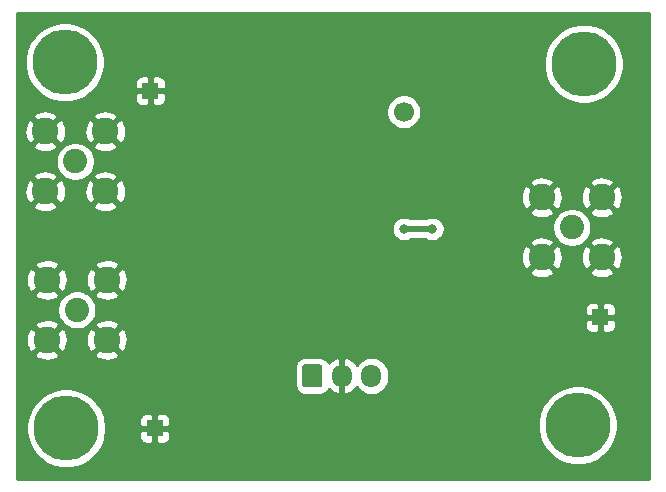
<source format=gbr>
G04 #@! TF.GenerationSoftware,KiCad,Pcbnew,(5.1.2)-2*
G04 #@! TF.CreationDate,2019-07-17T10:15:28+08:00*
G04 #@! TF.ProjectId,single_AM_eval_board,73696e67-6c65-45f4-914d-5f6576616c5f,rev?*
G04 #@! TF.SameCoordinates,Original*
G04 #@! TF.FileFunction,Copper,L2,Bot*
G04 #@! TF.FilePolarity,Positive*
%FSLAX46Y46*%
G04 Gerber Fmt 4.6, Leading zero omitted, Abs format (unit mm)*
G04 Created by KiCad (PCBNEW (5.1.2)-2) date 2019-07-17 10:15:28*
%MOMM*%
%LPD*%
G04 APERTURE LIST*
%ADD10R,1.350000X1.350000*%
%ADD11C,5.500000*%
%ADD12C,2.050000*%
%ADD13C,2.250000*%
%ADD14C,0.100000*%
%ADD15C,1.700000*%
%ADD16O,1.700000X1.950000*%
%ADD17C,0.500000*%
%ADD18C,0.800000*%
%ADD19C,0.500000*%
%ADD20C,0.254000*%
G04 APERTURE END LIST*
D10*
X146050000Y-143637000D03*
X108331000Y-153035000D03*
X107950000Y-124460000D03*
D11*
X144145000Y-152781000D03*
X144653000Y-122174000D03*
X100838000Y-153035000D03*
X100711000Y-122047000D03*
D12*
X101600000Y-130429000D03*
D13*
X104140000Y-132969000D03*
X104140000Y-127889000D03*
X99060000Y-127889000D03*
X99060000Y-132969000D03*
X99187000Y-145542000D03*
X99187000Y-140462000D03*
X104267000Y-140462000D03*
X104267000Y-145542000D03*
D12*
X101727000Y-143002000D03*
D14*
G36*
X122290504Y-147616204D02*
G01*
X122314773Y-147619804D01*
X122338571Y-147625765D01*
X122361671Y-147634030D01*
X122383849Y-147644520D01*
X122404893Y-147657133D01*
X122424598Y-147671747D01*
X122442777Y-147688223D01*
X122459253Y-147706402D01*
X122473867Y-147726107D01*
X122486480Y-147747151D01*
X122496970Y-147769329D01*
X122505235Y-147792429D01*
X122511196Y-147816227D01*
X122514796Y-147840496D01*
X122516000Y-147865000D01*
X122516000Y-149315000D01*
X122514796Y-149339504D01*
X122511196Y-149363773D01*
X122505235Y-149387571D01*
X122496970Y-149410671D01*
X122486480Y-149432849D01*
X122473867Y-149453893D01*
X122459253Y-149473598D01*
X122442777Y-149491777D01*
X122424598Y-149508253D01*
X122404893Y-149522867D01*
X122383849Y-149535480D01*
X122361671Y-149545970D01*
X122338571Y-149554235D01*
X122314773Y-149560196D01*
X122290504Y-149563796D01*
X122266000Y-149565000D01*
X121066000Y-149565000D01*
X121041496Y-149563796D01*
X121017227Y-149560196D01*
X120993429Y-149554235D01*
X120970329Y-149545970D01*
X120948151Y-149535480D01*
X120927107Y-149522867D01*
X120907402Y-149508253D01*
X120889223Y-149491777D01*
X120872747Y-149473598D01*
X120858133Y-149453893D01*
X120845520Y-149432849D01*
X120835030Y-149410671D01*
X120826765Y-149387571D01*
X120820804Y-149363773D01*
X120817204Y-149339504D01*
X120816000Y-149315000D01*
X120816000Y-147865000D01*
X120817204Y-147840496D01*
X120820804Y-147816227D01*
X120826765Y-147792429D01*
X120835030Y-147769329D01*
X120845520Y-147747151D01*
X120858133Y-147726107D01*
X120872747Y-147706402D01*
X120889223Y-147688223D01*
X120907402Y-147671747D01*
X120927107Y-147657133D01*
X120948151Y-147644520D01*
X120970329Y-147634030D01*
X120993429Y-147625765D01*
X121017227Y-147619804D01*
X121041496Y-147616204D01*
X121066000Y-147615000D01*
X122266000Y-147615000D01*
X122290504Y-147616204D01*
X122290504Y-147616204D01*
G37*
D15*
X121666000Y-148590000D03*
D16*
X124166000Y-148590000D03*
X126666000Y-148590000D03*
D12*
X143637000Y-136017000D03*
D13*
X146177000Y-138557000D03*
X146177000Y-133477000D03*
X141097000Y-133477000D03*
X141097000Y-138557000D03*
D15*
X129413000Y-126238000D03*
D17*
X106489500Y-132080000D03*
X107505500Y-132080000D03*
X108331000Y-132080000D03*
X109347000Y-132461000D03*
X110045500Y-133032500D03*
X110059500Y-134352000D03*
X110109000Y-135636000D03*
X106235500Y-129095500D03*
X107251500Y-129032000D03*
X108521500Y-129032000D03*
X112014000Y-130683000D03*
X112839500Y-131127500D03*
X113728500Y-131191000D03*
X114681000Y-131191000D03*
X115760500Y-131191000D03*
X117094000Y-131254500D03*
X119062500Y-131191000D03*
X120332500Y-131889500D03*
X121412000Y-131826000D03*
X122428000Y-131889500D03*
X122428000Y-130111500D03*
X122364500Y-128841500D03*
X123190000Y-128143000D03*
X124269500Y-128143000D03*
X125730000Y-128143000D03*
X126746000Y-128143000D03*
X127063500Y-129159000D03*
X127254000Y-130238500D03*
X127381000Y-131508500D03*
X131000500Y-127889000D03*
X130937000Y-129095500D03*
X131064000Y-130111500D03*
X131127500Y-131254500D03*
X132778500Y-132588000D03*
X132715000Y-133477000D03*
X132778500Y-134683500D03*
X110998000Y-136715500D03*
X112903000Y-136652000D03*
X115125500Y-136906000D03*
X116776500Y-137096500D03*
X117983000Y-136207500D03*
X115951000Y-137922000D03*
X120015000Y-138557000D03*
X121158000Y-138557000D03*
X122809000Y-138557000D03*
X122237500Y-139573000D03*
X120777000Y-139700000D03*
X119062500Y-139700000D03*
X118046500Y-140906500D03*
X115887500Y-147129500D03*
X116967000Y-147129500D03*
X118364000Y-147066000D03*
X119570500Y-147066000D03*
X119570500Y-145859500D03*
X119189500Y-144843500D03*
X119253000Y-143192500D03*
X125793500Y-141478000D03*
X124587000Y-142557500D03*
X123126500Y-143891000D03*
X128968500Y-138557000D03*
X128905000Y-139954000D03*
X128905000Y-141478000D03*
X128206500Y-142684500D03*
X127254000Y-143891000D03*
X126238000Y-145034000D03*
X125158500Y-146113500D03*
X123634500Y-145732500D03*
X125412500Y-143764000D03*
X126682500Y-142303500D03*
X106553000Y-141160500D03*
X107315000Y-140017500D03*
X108648500Y-138874500D03*
X109791500Y-137604500D03*
X106661999Y-144417001D03*
X107879500Y-143947500D03*
X110109000Y-143446500D03*
X111633000Y-143446500D03*
X112536000Y-141718000D03*
X112458500Y-140144500D03*
X114109500Y-140335000D03*
X114631500Y-141718000D03*
X114490500Y-143319500D03*
X115633500Y-143319500D03*
X117094000Y-143319500D03*
X106321000Y-147806000D03*
X108353000Y-147806000D03*
X108902500Y-150304500D03*
X109013500Y-151177500D03*
X111401000Y-147806000D03*
X110807500Y-150812500D03*
X111252000Y-152844500D03*
X112331500Y-153860500D03*
X113919000Y-153924000D03*
X115697000Y-152463500D03*
X116522500Y-151193500D03*
X119888000Y-150939500D03*
X121983500Y-150876000D03*
X124396500Y-150876000D03*
X125793500Y-150685500D03*
X127508000Y-152019000D03*
X129413000Y-153225500D03*
X131381500Y-153225500D03*
X133032500Y-153225500D03*
X129222500Y-148717000D03*
X130619500Y-149733000D03*
X132842000Y-149923500D03*
X129603500Y-147447000D03*
X131318000Y-145732500D03*
X132270500Y-143510000D03*
X132842000Y-140779500D03*
X132842000Y-139065000D03*
X132461000Y-137668000D03*
X137096500Y-137795000D03*
X138239500Y-137795000D03*
X136398000Y-139700000D03*
X137301000Y-140829000D03*
X135953500Y-142430500D03*
X134239000Y-134747000D03*
X135509000Y-134747000D03*
X137350500Y-134620000D03*
X139001500Y-134620000D03*
X112077500Y-120586500D03*
X116649500Y-120332500D03*
X122745500Y-120332500D03*
X132143500Y-120269000D03*
X112458500Y-123888500D03*
X116967000Y-123698000D03*
X122999500Y-123507500D03*
X131699000Y-123253500D03*
X110299500Y-156464000D03*
X116522500Y-156654500D03*
X121285000Y-156083000D03*
X127698500Y-156654500D03*
X134366000Y-156337000D03*
D18*
X129413000Y-136144000D03*
X131826000Y-136144000D03*
D19*
X129413000Y-136144000D02*
X131826000Y-136144000D01*
D20*
G36*
X150191000Y-157303000D02*
G01*
X96697000Y-157303000D01*
X96697000Y-152701607D01*
X97453000Y-152701607D01*
X97453000Y-153368393D01*
X97583083Y-154022368D01*
X97838252Y-154638399D01*
X98208698Y-155192812D01*
X98680188Y-155664302D01*
X99234601Y-156034748D01*
X99850632Y-156289917D01*
X100504607Y-156420000D01*
X101171393Y-156420000D01*
X101825368Y-156289917D01*
X102441399Y-156034748D01*
X102995812Y-155664302D01*
X103467302Y-155192812D01*
X103837748Y-154638399D01*
X104092917Y-154022368D01*
X104155050Y-153710000D01*
X107017928Y-153710000D01*
X107030188Y-153834482D01*
X107066498Y-153954180D01*
X107125463Y-154064494D01*
X107204815Y-154161185D01*
X107301506Y-154240537D01*
X107411820Y-154299502D01*
X107531518Y-154335812D01*
X107656000Y-154348072D01*
X108045250Y-154345000D01*
X108204000Y-154186250D01*
X108204000Y-153162000D01*
X108458000Y-153162000D01*
X108458000Y-154186250D01*
X108616750Y-154345000D01*
X109006000Y-154348072D01*
X109130482Y-154335812D01*
X109250180Y-154299502D01*
X109360494Y-154240537D01*
X109457185Y-154161185D01*
X109536537Y-154064494D01*
X109595502Y-153954180D01*
X109631812Y-153834482D01*
X109644072Y-153710000D01*
X109641000Y-153320750D01*
X109482250Y-153162000D01*
X108458000Y-153162000D01*
X108204000Y-153162000D01*
X107179750Y-153162000D01*
X107021000Y-153320750D01*
X107017928Y-153710000D01*
X104155050Y-153710000D01*
X104223000Y-153368393D01*
X104223000Y-152701607D01*
X104155051Y-152360000D01*
X107017928Y-152360000D01*
X107021000Y-152749250D01*
X107179750Y-152908000D01*
X108204000Y-152908000D01*
X108204000Y-151883750D01*
X108458000Y-151883750D01*
X108458000Y-152908000D01*
X109482250Y-152908000D01*
X109641000Y-152749250D01*
X109643380Y-152447607D01*
X140760000Y-152447607D01*
X140760000Y-153114393D01*
X140890083Y-153768368D01*
X141145252Y-154384399D01*
X141515698Y-154938812D01*
X141987188Y-155410302D01*
X142541601Y-155780748D01*
X143157632Y-156035917D01*
X143811607Y-156166000D01*
X144478393Y-156166000D01*
X145132368Y-156035917D01*
X145748399Y-155780748D01*
X146302812Y-155410302D01*
X146774302Y-154938812D01*
X147144748Y-154384399D01*
X147399917Y-153768368D01*
X147530000Y-153114393D01*
X147530000Y-152447607D01*
X147399917Y-151793632D01*
X147144748Y-151177601D01*
X146774302Y-150623188D01*
X146302812Y-150151698D01*
X145748399Y-149781252D01*
X145132368Y-149526083D01*
X144478393Y-149396000D01*
X143811607Y-149396000D01*
X143157632Y-149526083D01*
X142541601Y-149781252D01*
X141987188Y-150151698D01*
X141515698Y-150623188D01*
X141145252Y-151177601D01*
X140890083Y-151793632D01*
X140760000Y-152447607D01*
X109643380Y-152447607D01*
X109644072Y-152360000D01*
X109631812Y-152235518D01*
X109595502Y-152115820D01*
X109536537Y-152005506D01*
X109457185Y-151908815D01*
X109360494Y-151829463D01*
X109250180Y-151770498D01*
X109130482Y-151734188D01*
X109006000Y-151721928D01*
X108616750Y-151725000D01*
X108458000Y-151883750D01*
X108204000Y-151883750D01*
X108045250Y-151725000D01*
X107656000Y-151721928D01*
X107531518Y-151734188D01*
X107411820Y-151770498D01*
X107301506Y-151829463D01*
X107204815Y-151908815D01*
X107125463Y-152005506D01*
X107066498Y-152115820D01*
X107030188Y-152235518D01*
X107017928Y-152360000D01*
X104155051Y-152360000D01*
X104092917Y-152047632D01*
X103837748Y-151431601D01*
X103467302Y-150877188D01*
X102995812Y-150405698D01*
X102441399Y-150035252D01*
X101825368Y-149780083D01*
X101171393Y-149650000D01*
X100504607Y-149650000D01*
X99850632Y-149780083D01*
X99234601Y-150035252D01*
X98680188Y-150405698D01*
X98208698Y-150877188D01*
X97838252Y-151431601D01*
X97583083Y-152047632D01*
X97453000Y-152701607D01*
X96697000Y-152701607D01*
X96697000Y-147865000D01*
X120177928Y-147865000D01*
X120177928Y-149315000D01*
X120194992Y-149488254D01*
X120245528Y-149654850D01*
X120327595Y-149808386D01*
X120438038Y-149942962D01*
X120572614Y-150053405D01*
X120726150Y-150135472D01*
X120892746Y-150186008D01*
X121066000Y-150203072D01*
X122266000Y-150203072D01*
X122439254Y-150186008D01*
X122605850Y-150135472D01*
X122759386Y-150053405D01*
X122893962Y-149942962D01*
X123004405Y-149808386D01*
X123060714Y-149703039D01*
X123076951Y-149724429D01*
X123294807Y-149917496D01*
X123546142Y-150064352D01*
X123809110Y-150156476D01*
X124039000Y-150035155D01*
X124039000Y-148717000D01*
X124019000Y-148717000D01*
X124019000Y-148463000D01*
X124039000Y-148463000D01*
X124039000Y-147144845D01*
X124293000Y-147144845D01*
X124293000Y-148463000D01*
X124313000Y-148463000D01*
X124313000Y-148717000D01*
X124293000Y-148717000D01*
X124293000Y-150035155D01*
X124522890Y-150156476D01*
X124785858Y-150064352D01*
X125037193Y-149917496D01*
X125255049Y-149724429D01*
X125411538Y-149518278D01*
X125425294Y-149544014D01*
X125610866Y-149770134D01*
X125836987Y-149955706D01*
X126094967Y-150093599D01*
X126374890Y-150178513D01*
X126666000Y-150207185D01*
X126957111Y-150178513D01*
X127237034Y-150093599D01*
X127495014Y-149955706D01*
X127721134Y-149770134D01*
X127906706Y-149544014D01*
X128044599Y-149286033D01*
X128129513Y-149006110D01*
X128151000Y-148787949D01*
X128151000Y-148392050D01*
X128129513Y-148173889D01*
X128044599Y-147893966D01*
X127906706Y-147635986D01*
X127721134Y-147409866D01*
X127495013Y-147224294D01*
X127237033Y-147086401D01*
X126957110Y-147001487D01*
X126666000Y-146972815D01*
X126374889Y-147001487D01*
X126094966Y-147086401D01*
X125836986Y-147224294D01*
X125610866Y-147409866D01*
X125425294Y-147635987D01*
X125411538Y-147661722D01*
X125255049Y-147455571D01*
X125037193Y-147262504D01*
X124785858Y-147115648D01*
X124522890Y-147023524D01*
X124293000Y-147144845D01*
X124039000Y-147144845D01*
X123809110Y-147023524D01*
X123546142Y-147115648D01*
X123294807Y-147262504D01*
X123076951Y-147455571D01*
X123060714Y-147476961D01*
X123004405Y-147371614D01*
X122893962Y-147237038D01*
X122759386Y-147126595D01*
X122605850Y-147044528D01*
X122439254Y-146993992D01*
X122266000Y-146976928D01*
X121066000Y-146976928D01*
X120892746Y-146993992D01*
X120726150Y-147044528D01*
X120572614Y-147126595D01*
X120438038Y-147237038D01*
X120327595Y-147371614D01*
X120245528Y-147525150D01*
X120194992Y-147691746D01*
X120177928Y-147865000D01*
X96697000Y-147865000D01*
X96697000Y-146766531D01*
X98142074Y-146766531D01*
X98252921Y-147043714D01*
X98563840Y-147197089D01*
X98898705Y-147286860D01*
X99244650Y-147309576D01*
X99588380Y-147264366D01*
X99916685Y-147152966D01*
X100121079Y-147043714D01*
X100231926Y-146766531D01*
X103222074Y-146766531D01*
X103332921Y-147043714D01*
X103643840Y-147197089D01*
X103978705Y-147286860D01*
X104324650Y-147309576D01*
X104668380Y-147264366D01*
X104996685Y-147152966D01*
X105201079Y-147043714D01*
X105311926Y-146766531D01*
X104267000Y-145721605D01*
X103222074Y-146766531D01*
X100231926Y-146766531D01*
X99187000Y-145721605D01*
X98142074Y-146766531D01*
X96697000Y-146766531D01*
X96697000Y-145599650D01*
X97419424Y-145599650D01*
X97464634Y-145943380D01*
X97576034Y-146271685D01*
X97685286Y-146476079D01*
X97962469Y-146586926D01*
X99007395Y-145542000D01*
X99366605Y-145542000D01*
X100411531Y-146586926D01*
X100688714Y-146476079D01*
X100842089Y-146165160D01*
X100931860Y-145830295D01*
X100947004Y-145599650D01*
X102499424Y-145599650D01*
X102544634Y-145943380D01*
X102656034Y-146271685D01*
X102765286Y-146476079D01*
X103042469Y-146586926D01*
X104087395Y-145542000D01*
X104446605Y-145542000D01*
X105491531Y-146586926D01*
X105768714Y-146476079D01*
X105922089Y-146165160D01*
X106011860Y-145830295D01*
X106034576Y-145484350D01*
X105989366Y-145140620D01*
X105877966Y-144812315D01*
X105768714Y-144607921D01*
X105491531Y-144497074D01*
X104446605Y-145542000D01*
X104087395Y-145542000D01*
X103042469Y-144497074D01*
X102765286Y-144607921D01*
X102611911Y-144918840D01*
X102522140Y-145253705D01*
X102499424Y-145599650D01*
X100947004Y-145599650D01*
X100954576Y-145484350D01*
X100909366Y-145140620D01*
X100797966Y-144812315D01*
X100688714Y-144607921D01*
X100411531Y-144497074D01*
X99366605Y-145542000D01*
X99007395Y-145542000D01*
X97962469Y-144497074D01*
X97685286Y-144607921D01*
X97531911Y-144918840D01*
X97442140Y-145253705D01*
X97419424Y-145599650D01*
X96697000Y-145599650D01*
X96697000Y-144317469D01*
X98142074Y-144317469D01*
X99187000Y-145362395D01*
X100231926Y-144317469D01*
X100121079Y-144040286D01*
X99810160Y-143886911D01*
X99475295Y-143797140D01*
X99129350Y-143774424D01*
X98785620Y-143819634D01*
X98457315Y-143931034D01*
X98252921Y-144040286D01*
X98142074Y-144317469D01*
X96697000Y-144317469D01*
X96697000Y-142838504D01*
X100067000Y-142838504D01*
X100067000Y-143165496D01*
X100130793Y-143486204D01*
X100255927Y-143788305D01*
X100437594Y-144060188D01*
X100668812Y-144291406D01*
X100940695Y-144473073D01*
X101242796Y-144598207D01*
X101563504Y-144662000D01*
X101890496Y-144662000D01*
X102211204Y-144598207D01*
X102513305Y-144473073D01*
X102746182Y-144317469D01*
X103222074Y-144317469D01*
X104267000Y-145362395D01*
X105311926Y-144317469D01*
X105309739Y-144312000D01*
X144736928Y-144312000D01*
X144749188Y-144436482D01*
X144785498Y-144556180D01*
X144844463Y-144666494D01*
X144923815Y-144763185D01*
X145020506Y-144842537D01*
X145130820Y-144901502D01*
X145250518Y-144937812D01*
X145375000Y-144950072D01*
X145764250Y-144947000D01*
X145923000Y-144788250D01*
X145923000Y-143764000D01*
X146177000Y-143764000D01*
X146177000Y-144788250D01*
X146335750Y-144947000D01*
X146725000Y-144950072D01*
X146849482Y-144937812D01*
X146969180Y-144901502D01*
X147079494Y-144842537D01*
X147176185Y-144763185D01*
X147255537Y-144666494D01*
X147314502Y-144556180D01*
X147350812Y-144436482D01*
X147363072Y-144312000D01*
X147360000Y-143922750D01*
X147201250Y-143764000D01*
X146177000Y-143764000D01*
X145923000Y-143764000D01*
X144898750Y-143764000D01*
X144740000Y-143922750D01*
X144736928Y-144312000D01*
X105309739Y-144312000D01*
X105201079Y-144040286D01*
X104890160Y-143886911D01*
X104555295Y-143797140D01*
X104209350Y-143774424D01*
X103865620Y-143819634D01*
X103537315Y-143931034D01*
X103332921Y-144040286D01*
X103222074Y-144317469D01*
X102746182Y-144317469D01*
X102785188Y-144291406D01*
X103016406Y-144060188D01*
X103198073Y-143788305D01*
X103323207Y-143486204D01*
X103387000Y-143165496D01*
X103387000Y-142962000D01*
X144736928Y-142962000D01*
X144740000Y-143351250D01*
X144898750Y-143510000D01*
X145923000Y-143510000D01*
X145923000Y-142485750D01*
X146177000Y-142485750D01*
X146177000Y-143510000D01*
X147201250Y-143510000D01*
X147360000Y-143351250D01*
X147363072Y-142962000D01*
X147350812Y-142837518D01*
X147314502Y-142717820D01*
X147255537Y-142607506D01*
X147176185Y-142510815D01*
X147079494Y-142431463D01*
X146969180Y-142372498D01*
X146849482Y-142336188D01*
X146725000Y-142323928D01*
X146335750Y-142327000D01*
X146177000Y-142485750D01*
X145923000Y-142485750D01*
X145764250Y-142327000D01*
X145375000Y-142323928D01*
X145250518Y-142336188D01*
X145130820Y-142372498D01*
X145020506Y-142431463D01*
X144923815Y-142510815D01*
X144844463Y-142607506D01*
X144785498Y-142717820D01*
X144749188Y-142837518D01*
X144736928Y-142962000D01*
X103387000Y-142962000D01*
X103387000Y-142838504D01*
X103323207Y-142517796D01*
X103198073Y-142215695D01*
X103016406Y-141943812D01*
X102785188Y-141712594D01*
X102746183Y-141686531D01*
X103222074Y-141686531D01*
X103332921Y-141963714D01*
X103643840Y-142117089D01*
X103978705Y-142206860D01*
X104324650Y-142229576D01*
X104668380Y-142184366D01*
X104996685Y-142072966D01*
X105201079Y-141963714D01*
X105311926Y-141686531D01*
X104267000Y-140641605D01*
X103222074Y-141686531D01*
X102746183Y-141686531D01*
X102513305Y-141530927D01*
X102211204Y-141405793D01*
X101890496Y-141342000D01*
X101563504Y-141342000D01*
X101242796Y-141405793D01*
X100940695Y-141530927D01*
X100668812Y-141712594D01*
X100437594Y-141943812D01*
X100255927Y-142215695D01*
X100130793Y-142517796D01*
X100067000Y-142838504D01*
X96697000Y-142838504D01*
X96697000Y-141686531D01*
X98142074Y-141686531D01*
X98252921Y-141963714D01*
X98563840Y-142117089D01*
X98898705Y-142206860D01*
X99244650Y-142229576D01*
X99588380Y-142184366D01*
X99916685Y-142072966D01*
X100121079Y-141963714D01*
X100231926Y-141686531D01*
X99187000Y-140641605D01*
X98142074Y-141686531D01*
X96697000Y-141686531D01*
X96697000Y-140519650D01*
X97419424Y-140519650D01*
X97464634Y-140863380D01*
X97576034Y-141191685D01*
X97685286Y-141396079D01*
X97962469Y-141506926D01*
X99007395Y-140462000D01*
X99366605Y-140462000D01*
X100411531Y-141506926D01*
X100688714Y-141396079D01*
X100842089Y-141085160D01*
X100931860Y-140750295D01*
X100947004Y-140519650D01*
X102499424Y-140519650D01*
X102544634Y-140863380D01*
X102656034Y-141191685D01*
X102765286Y-141396079D01*
X103042469Y-141506926D01*
X104087395Y-140462000D01*
X104446605Y-140462000D01*
X105491531Y-141506926D01*
X105768714Y-141396079D01*
X105922089Y-141085160D01*
X106011860Y-140750295D01*
X106034576Y-140404350D01*
X105989366Y-140060620D01*
X105894666Y-139781531D01*
X140052074Y-139781531D01*
X140162921Y-140058714D01*
X140473840Y-140212089D01*
X140808705Y-140301860D01*
X141154650Y-140324576D01*
X141498380Y-140279366D01*
X141826685Y-140167966D01*
X142031079Y-140058714D01*
X142141926Y-139781531D01*
X145132074Y-139781531D01*
X145242921Y-140058714D01*
X145553840Y-140212089D01*
X145888705Y-140301860D01*
X146234650Y-140324576D01*
X146578380Y-140279366D01*
X146906685Y-140167966D01*
X147111079Y-140058714D01*
X147221926Y-139781531D01*
X146177000Y-138736605D01*
X145132074Y-139781531D01*
X142141926Y-139781531D01*
X141097000Y-138736605D01*
X140052074Y-139781531D01*
X105894666Y-139781531D01*
X105877966Y-139732315D01*
X105768714Y-139527921D01*
X105491531Y-139417074D01*
X104446605Y-140462000D01*
X104087395Y-140462000D01*
X103042469Y-139417074D01*
X102765286Y-139527921D01*
X102611911Y-139838840D01*
X102522140Y-140173705D01*
X102499424Y-140519650D01*
X100947004Y-140519650D01*
X100954576Y-140404350D01*
X100909366Y-140060620D01*
X100797966Y-139732315D01*
X100688714Y-139527921D01*
X100411531Y-139417074D01*
X99366605Y-140462000D01*
X99007395Y-140462000D01*
X97962469Y-139417074D01*
X97685286Y-139527921D01*
X97531911Y-139838840D01*
X97442140Y-140173705D01*
X97419424Y-140519650D01*
X96697000Y-140519650D01*
X96697000Y-139237469D01*
X98142074Y-139237469D01*
X99187000Y-140282395D01*
X100231926Y-139237469D01*
X103222074Y-139237469D01*
X104267000Y-140282395D01*
X105311926Y-139237469D01*
X105201079Y-138960286D01*
X104890160Y-138806911D01*
X104555295Y-138717140D01*
X104209350Y-138694424D01*
X103865620Y-138739634D01*
X103537315Y-138851034D01*
X103332921Y-138960286D01*
X103222074Y-139237469D01*
X100231926Y-139237469D01*
X100121079Y-138960286D01*
X99810160Y-138806911D01*
X99475295Y-138717140D01*
X99129350Y-138694424D01*
X98785620Y-138739634D01*
X98457315Y-138851034D01*
X98252921Y-138960286D01*
X98142074Y-139237469D01*
X96697000Y-139237469D01*
X96697000Y-138614650D01*
X139329424Y-138614650D01*
X139374634Y-138958380D01*
X139486034Y-139286685D01*
X139595286Y-139491079D01*
X139872469Y-139601926D01*
X140917395Y-138557000D01*
X141276605Y-138557000D01*
X142321531Y-139601926D01*
X142598714Y-139491079D01*
X142752089Y-139180160D01*
X142841860Y-138845295D01*
X142857004Y-138614650D01*
X144409424Y-138614650D01*
X144454634Y-138958380D01*
X144566034Y-139286685D01*
X144675286Y-139491079D01*
X144952469Y-139601926D01*
X145997395Y-138557000D01*
X146356605Y-138557000D01*
X147401531Y-139601926D01*
X147678714Y-139491079D01*
X147832089Y-139180160D01*
X147921860Y-138845295D01*
X147944576Y-138499350D01*
X147899366Y-138155620D01*
X147787966Y-137827315D01*
X147678714Y-137622921D01*
X147401531Y-137512074D01*
X146356605Y-138557000D01*
X145997395Y-138557000D01*
X144952469Y-137512074D01*
X144675286Y-137622921D01*
X144521911Y-137933840D01*
X144432140Y-138268705D01*
X144409424Y-138614650D01*
X142857004Y-138614650D01*
X142864576Y-138499350D01*
X142819366Y-138155620D01*
X142707966Y-137827315D01*
X142598714Y-137622921D01*
X142321531Y-137512074D01*
X141276605Y-138557000D01*
X140917395Y-138557000D01*
X139872469Y-137512074D01*
X139595286Y-137622921D01*
X139441911Y-137933840D01*
X139352140Y-138268705D01*
X139329424Y-138614650D01*
X96697000Y-138614650D01*
X96697000Y-137332469D01*
X140052074Y-137332469D01*
X141097000Y-138377395D01*
X142141926Y-137332469D01*
X142031079Y-137055286D01*
X141720160Y-136901911D01*
X141385295Y-136812140D01*
X141039350Y-136789424D01*
X140695620Y-136834634D01*
X140367315Y-136946034D01*
X140162921Y-137055286D01*
X140052074Y-137332469D01*
X96697000Y-137332469D01*
X96697000Y-136042061D01*
X128378000Y-136042061D01*
X128378000Y-136245939D01*
X128417774Y-136445898D01*
X128495795Y-136634256D01*
X128609063Y-136803774D01*
X128753226Y-136947937D01*
X128922744Y-137061205D01*
X129111102Y-137139226D01*
X129311061Y-137179000D01*
X129514939Y-137179000D01*
X129714898Y-137139226D01*
X129903256Y-137061205D01*
X129951454Y-137029000D01*
X131287546Y-137029000D01*
X131335744Y-137061205D01*
X131524102Y-137139226D01*
X131724061Y-137179000D01*
X131927939Y-137179000D01*
X132127898Y-137139226D01*
X132316256Y-137061205D01*
X132485774Y-136947937D01*
X132629937Y-136803774D01*
X132743205Y-136634256D01*
X132821226Y-136445898D01*
X132861000Y-136245939D01*
X132861000Y-136042061D01*
X132823494Y-135853504D01*
X141977000Y-135853504D01*
X141977000Y-136180496D01*
X142040793Y-136501204D01*
X142165927Y-136803305D01*
X142347594Y-137075188D01*
X142578812Y-137306406D01*
X142850695Y-137488073D01*
X143152796Y-137613207D01*
X143473504Y-137677000D01*
X143800496Y-137677000D01*
X144121204Y-137613207D01*
X144423305Y-137488073D01*
X144656182Y-137332469D01*
X145132074Y-137332469D01*
X146177000Y-138377395D01*
X147221926Y-137332469D01*
X147111079Y-137055286D01*
X146800160Y-136901911D01*
X146465295Y-136812140D01*
X146119350Y-136789424D01*
X145775620Y-136834634D01*
X145447315Y-136946034D01*
X145242921Y-137055286D01*
X145132074Y-137332469D01*
X144656182Y-137332469D01*
X144695188Y-137306406D01*
X144926406Y-137075188D01*
X145108073Y-136803305D01*
X145233207Y-136501204D01*
X145297000Y-136180496D01*
X145297000Y-135853504D01*
X145233207Y-135532796D01*
X145108073Y-135230695D01*
X144926406Y-134958812D01*
X144695188Y-134727594D01*
X144656183Y-134701531D01*
X145132074Y-134701531D01*
X145242921Y-134978714D01*
X145553840Y-135132089D01*
X145888705Y-135221860D01*
X146234650Y-135244576D01*
X146578380Y-135199366D01*
X146906685Y-135087966D01*
X147111079Y-134978714D01*
X147221926Y-134701531D01*
X146177000Y-133656605D01*
X145132074Y-134701531D01*
X144656183Y-134701531D01*
X144423305Y-134545927D01*
X144121204Y-134420793D01*
X143800496Y-134357000D01*
X143473504Y-134357000D01*
X143152796Y-134420793D01*
X142850695Y-134545927D01*
X142578812Y-134727594D01*
X142347594Y-134958812D01*
X142165927Y-135230695D01*
X142040793Y-135532796D01*
X141977000Y-135853504D01*
X132823494Y-135853504D01*
X132821226Y-135842102D01*
X132743205Y-135653744D01*
X132629937Y-135484226D01*
X132485774Y-135340063D01*
X132316256Y-135226795D01*
X132127898Y-135148774D01*
X131927939Y-135109000D01*
X131724061Y-135109000D01*
X131524102Y-135148774D01*
X131335744Y-135226795D01*
X131287546Y-135259000D01*
X129951454Y-135259000D01*
X129903256Y-135226795D01*
X129714898Y-135148774D01*
X129514939Y-135109000D01*
X129311061Y-135109000D01*
X129111102Y-135148774D01*
X128922744Y-135226795D01*
X128753226Y-135340063D01*
X128609063Y-135484226D01*
X128495795Y-135653744D01*
X128417774Y-135842102D01*
X128378000Y-136042061D01*
X96697000Y-136042061D01*
X96697000Y-134193531D01*
X98015074Y-134193531D01*
X98125921Y-134470714D01*
X98436840Y-134624089D01*
X98771705Y-134713860D01*
X99117650Y-134736576D01*
X99461380Y-134691366D01*
X99789685Y-134579966D01*
X99994079Y-134470714D01*
X100104926Y-134193531D01*
X103095074Y-134193531D01*
X103205921Y-134470714D01*
X103516840Y-134624089D01*
X103851705Y-134713860D01*
X104197650Y-134736576D01*
X104464095Y-134701531D01*
X140052074Y-134701531D01*
X140162921Y-134978714D01*
X140473840Y-135132089D01*
X140808705Y-135221860D01*
X141154650Y-135244576D01*
X141498380Y-135199366D01*
X141826685Y-135087966D01*
X142031079Y-134978714D01*
X142141926Y-134701531D01*
X141097000Y-133656605D01*
X140052074Y-134701531D01*
X104464095Y-134701531D01*
X104541380Y-134691366D01*
X104869685Y-134579966D01*
X105074079Y-134470714D01*
X105184926Y-134193531D01*
X104140000Y-133148605D01*
X103095074Y-134193531D01*
X100104926Y-134193531D01*
X99060000Y-133148605D01*
X98015074Y-134193531D01*
X96697000Y-134193531D01*
X96697000Y-133026650D01*
X97292424Y-133026650D01*
X97337634Y-133370380D01*
X97449034Y-133698685D01*
X97558286Y-133903079D01*
X97835469Y-134013926D01*
X98880395Y-132969000D01*
X99239605Y-132969000D01*
X100284531Y-134013926D01*
X100561714Y-133903079D01*
X100715089Y-133592160D01*
X100804860Y-133257295D01*
X100820004Y-133026650D01*
X102372424Y-133026650D01*
X102417634Y-133370380D01*
X102529034Y-133698685D01*
X102638286Y-133903079D01*
X102915469Y-134013926D01*
X103960395Y-132969000D01*
X104319605Y-132969000D01*
X105364531Y-134013926D01*
X105641714Y-133903079D01*
X105795089Y-133592160D01*
X105810506Y-133534650D01*
X139329424Y-133534650D01*
X139374634Y-133878380D01*
X139486034Y-134206685D01*
X139595286Y-134411079D01*
X139872469Y-134521926D01*
X140917395Y-133477000D01*
X141276605Y-133477000D01*
X142321531Y-134521926D01*
X142598714Y-134411079D01*
X142752089Y-134100160D01*
X142841860Y-133765295D01*
X142857004Y-133534650D01*
X144409424Y-133534650D01*
X144454634Y-133878380D01*
X144566034Y-134206685D01*
X144675286Y-134411079D01*
X144952469Y-134521926D01*
X145997395Y-133477000D01*
X146356605Y-133477000D01*
X147401531Y-134521926D01*
X147678714Y-134411079D01*
X147832089Y-134100160D01*
X147921860Y-133765295D01*
X147944576Y-133419350D01*
X147899366Y-133075620D01*
X147787966Y-132747315D01*
X147678714Y-132542921D01*
X147401531Y-132432074D01*
X146356605Y-133477000D01*
X145997395Y-133477000D01*
X144952469Y-132432074D01*
X144675286Y-132542921D01*
X144521911Y-132853840D01*
X144432140Y-133188705D01*
X144409424Y-133534650D01*
X142857004Y-133534650D01*
X142864576Y-133419350D01*
X142819366Y-133075620D01*
X142707966Y-132747315D01*
X142598714Y-132542921D01*
X142321531Y-132432074D01*
X141276605Y-133477000D01*
X140917395Y-133477000D01*
X139872469Y-132432074D01*
X139595286Y-132542921D01*
X139441911Y-132853840D01*
X139352140Y-133188705D01*
X139329424Y-133534650D01*
X105810506Y-133534650D01*
X105884860Y-133257295D01*
X105907576Y-132911350D01*
X105862366Y-132567620D01*
X105755430Y-132252469D01*
X140052074Y-132252469D01*
X141097000Y-133297395D01*
X142141926Y-132252469D01*
X145132074Y-132252469D01*
X146177000Y-133297395D01*
X147221926Y-132252469D01*
X147111079Y-131975286D01*
X146800160Y-131821911D01*
X146465295Y-131732140D01*
X146119350Y-131709424D01*
X145775620Y-131754634D01*
X145447315Y-131866034D01*
X145242921Y-131975286D01*
X145132074Y-132252469D01*
X142141926Y-132252469D01*
X142031079Y-131975286D01*
X141720160Y-131821911D01*
X141385295Y-131732140D01*
X141039350Y-131709424D01*
X140695620Y-131754634D01*
X140367315Y-131866034D01*
X140162921Y-131975286D01*
X140052074Y-132252469D01*
X105755430Y-132252469D01*
X105750966Y-132239315D01*
X105641714Y-132034921D01*
X105364531Y-131924074D01*
X104319605Y-132969000D01*
X103960395Y-132969000D01*
X102915469Y-131924074D01*
X102638286Y-132034921D01*
X102484911Y-132345840D01*
X102395140Y-132680705D01*
X102372424Y-133026650D01*
X100820004Y-133026650D01*
X100827576Y-132911350D01*
X100782366Y-132567620D01*
X100670966Y-132239315D01*
X100561714Y-132034921D01*
X100284531Y-131924074D01*
X99239605Y-132969000D01*
X98880395Y-132969000D01*
X97835469Y-131924074D01*
X97558286Y-132034921D01*
X97404911Y-132345840D01*
X97315140Y-132680705D01*
X97292424Y-133026650D01*
X96697000Y-133026650D01*
X96697000Y-131744469D01*
X98015074Y-131744469D01*
X99060000Y-132789395D01*
X100104926Y-131744469D01*
X99994079Y-131467286D01*
X99683160Y-131313911D01*
X99348295Y-131224140D01*
X99002350Y-131201424D01*
X98658620Y-131246634D01*
X98330315Y-131358034D01*
X98125921Y-131467286D01*
X98015074Y-131744469D01*
X96697000Y-131744469D01*
X96697000Y-130265504D01*
X99940000Y-130265504D01*
X99940000Y-130592496D01*
X100003793Y-130913204D01*
X100128927Y-131215305D01*
X100310594Y-131487188D01*
X100541812Y-131718406D01*
X100813695Y-131900073D01*
X101115796Y-132025207D01*
X101436504Y-132089000D01*
X101763496Y-132089000D01*
X102084204Y-132025207D01*
X102386305Y-131900073D01*
X102619182Y-131744469D01*
X103095074Y-131744469D01*
X104140000Y-132789395D01*
X105184926Y-131744469D01*
X105074079Y-131467286D01*
X104763160Y-131313911D01*
X104428295Y-131224140D01*
X104082350Y-131201424D01*
X103738620Y-131246634D01*
X103410315Y-131358034D01*
X103205921Y-131467286D01*
X103095074Y-131744469D01*
X102619182Y-131744469D01*
X102658188Y-131718406D01*
X102889406Y-131487188D01*
X103071073Y-131215305D01*
X103196207Y-130913204D01*
X103260000Y-130592496D01*
X103260000Y-130265504D01*
X103196207Y-129944796D01*
X103071073Y-129642695D01*
X102889406Y-129370812D01*
X102658188Y-129139594D01*
X102619183Y-129113531D01*
X103095074Y-129113531D01*
X103205921Y-129390714D01*
X103516840Y-129544089D01*
X103851705Y-129633860D01*
X104197650Y-129656576D01*
X104541380Y-129611366D01*
X104869685Y-129499966D01*
X105074079Y-129390714D01*
X105184926Y-129113531D01*
X104140000Y-128068605D01*
X103095074Y-129113531D01*
X102619183Y-129113531D01*
X102386305Y-128957927D01*
X102084204Y-128832793D01*
X101763496Y-128769000D01*
X101436504Y-128769000D01*
X101115796Y-128832793D01*
X100813695Y-128957927D01*
X100541812Y-129139594D01*
X100310594Y-129370812D01*
X100128927Y-129642695D01*
X100003793Y-129944796D01*
X99940000Y-130265504D01*
X96697000Y-130265504D01*
X96697000Y-129113531D01*
X98015074Y-129113531D01*
X98125921Y-129390714D01*
X98436840Y-129544089D01*
X98771705Y-129633860D01*
X99117650Y-129656576D01*
X99461380Y-129611366D01*
X99789685Y-129499966D01*
X99994079Y-129390714D01*
X100104926Y-129113531D01*
X99060000Y-128068605D01*
X98015074Y-129113531D01*
X96697000Y-129113531D01*
X96697000Y-127946650D01*
X97292424Y-127946650D01*
X97337634Y-128290380D01*
X97449034Y-128618685D01*
X97558286Y-128823079D01*
X97835469Y-128933926D01*
X98880395Y-127889000D01*
X99239605Y-127889000D01*
X100284531Y-128933926D01*
X100561714Y-128823079D01*
X100715089Y-128512160D01*
X100804860Y-128177295D01*
X100820004Y-127946650D01*
X102372424Y-127946650D01*
X102417634Y-128290380D01*
X102529034Y-128618685D01*
X102638286Y-128823079D01*
X102915469Y-128933926D01*
X103960395Y-127889000D01*
X104319605Y-127889000D01*
X105364531Y-128933926D01*
X105641714Y-128823079D01*
X105795089Y-128512160D01*
X105884860Y-128177295D01*
X105907576Y-127831350D01*
X105862366Y-127487620D01*
X105750966Y-127159315D01*
X105641714Y-126954921D01*
X105364531Y-126844074D01*
X104319605Y-127889000D01*
X103960395Y-127889000D01*
X102915469Y-126844074D01*
X102638286Y-126954921D01*
X102484911Y-127265840D01*
X102395140Y-127600705D01*
X102372424Y-127946650D01*
X100820004Y-127946650D01*
X100827576Y-127831350D01*
X100782366Y-127487620D01*
X100670966Y-127159315D01*
X100561714Y-126954921D01*
X100284531Y-126844074D01*
X99239605Y-127889000D01*
X98880395Y-127889000D01*
X97835469Y-126844074D01*
X97558286Y-126954921D01*
X97404911Y-127265840D01*
X97315140Y-127600705D01*
X97292424Y-127946650D01*
X96697000Y-127946650D01*
X96697000Y-126664469D01*
X98015074Y-126664469D01*
X99060000Y-127709395D01*
X100104926Y-126664469D01*
X103095074Y-126664469D01*
X104140000Y-127709395D01*
X105184926Y-126664469D01*
X105074079Y-126387286D01*
X104763160Y-126233911D01*
X104428295Y-126144140D01*
X104082350Y-126121424D01*
X103738620Y-126166634D01*
X103410315Y-126278034D01*
X103205921Y-126387286D01*
X103095074Y-126664469D01*
X100104926Y-126664469D01*
X99994079Y-126387286D01*
X99683160Y-126233911D01*
X99348295Y-126144140D01*
X99002350Y-126121424D01*
X98658620Y-126166634D01*
X98330315Y-126278034D01*
X98125921Y-126387286D01*
X98015074Y-126664469D01*
X96697000Y-126664469D01*
X96697000Y-126091740D01*
X127928000Y-126091740D01*
X127928000Y-126384260D01*
X127985068Y-126671158D01*
X128097010Y-126941411D01*
X128259525Y-127184632D01*
X128466368Y-127391475D01*
X128709589Y-127553990D01*
X128979842Y-127665932D01*
X129266740Y-127723000D01*
X129559260Y-127723000D01*
X129846158Y-127665932D01*
X130116411Y-127553990D01*
X130359632Y-127391475D01*
X130566475Y-127184632D01*
X130728990Y-126941411D01*
X130840932Y-126671158D01*
X130898000Y-126384260D01*
X130898000Y-126091740D01*
X130840932Y-125804842D01*
X130728990Y-125534589D01*
X130566475Y-125291368D01*
X130359632Y-125084525D01*
X130116411Y-124922010D01*
X129846158Y-124810068D01*
X129559260Y-124753000D01*
X129266740Y-124753000D01*
X128979842Y-124810068D01*
X128709589Y-124922010D01*
X128466368Y-125084525D01*
X128259525Y-125291368D01*
X128097010Y-125534589D01*
X127985068Y-125804842D01*
X127928000Y-126091740D01*
X96697000Y-126091740D01*
X96697000Y-121713607D01*
X97326000Y-121713607D01*
X97326000Y-122380393D01*
X97456083Y-123034368D01*
X97711252Y-123650399D01*
X98081698Y-124204812D01*
X98553188Y-124676302D01*
X99107601Y-125046748D01*
X99723632Y-125301917D01*
X100377607Y-125432000D01*
X101044393Y-125432000D01*
X101698368Y-125301917D01*
X102101340Y-125135000D01*
X106636928Y-125135000D01*
X106649188Y-125259482D01*
X106685498Y-125379180D01*
X106744463Y-125489494D01*
X106823815Y-125586185D01*
X106920506Y-125665537D01*
X107030820Y-125724502D01*
X107150518Y-125760812D01*
X107275000Y-125773072D01*
X107664250Y-125770000D01*
X107823000Y-125611250D01*
X107823000Y-124587000D01*
X108077000Y-124587000D01*
X108077000Y-125611250D01*
X108235750Y-125770000D01*
X108625000Y-125773072D01*
X108749482Y-125760812D01*
X108869180Y-125724502D01*
X108979494Y-125665537D01*
X109076185Y-125586185D01*
X109155537Y-125489494D01*
X109214502Y-125379180D01*
X109250812Y-125259482D01*
X109263072Y-125135000D01*
X109260000Y-124745750D01*
X109101250Y-124587000D01*
X108077000Y-124587000D01*
X107823000Y-124587000D01*
X106798750Y-124587000D01*
X106640000Y-124745750D01*
X106636928Y-125135000D01*
X102101340Y-125135000D01*
X102314399Y-125046748D01*
X102868812Y-124676302D01*
X103340302Y-124204812D01*
X103620810Y-123785000D01*
X106636928Y-123785000D01*
X106640000Y-124174250D01*
X106798750Y-124333000D01*
X107823000Y-124333000D01*
X107823000Y-123308750D01*
X108077000Y-123308750D01*
X108077000Y-124333000D01*
X109101250Y-124333000D01*
X109260000Y-124174250D01*
X109263072Y-123785000D01*
X109250812Y-123660518D01*
X109214502Y-123540820D01*
X109155537Y-123430506D01*
X109076185Y-123333815D01*
X108979494Y-123254463D01*
X108869180Y-123195498D01*
X108749482Y-123159188D01*
X108625000Y-123146928D01*
X108235750Y-123150000D01*
X108077000Y-123308750D01*
X107823000Y-123308750D01*
X107664250Y-123150000D01*
X107275000Y-123146928D01*
X107150518Y-123159188D01*
X107030820Y-123195498D01*
X106920506Y-123254463D01*
X106823815Y-123333815D01*
X106744463Y-123430506D01*
X106685498Y-123540820D01*
X106649188Y-123660518D01*
X106636928Y-123785000D01*
X103620810Y-123785000D01*
X103710748Y-123650399D01*
X103965917Y-123034368D01*
X104096000Y-122380393D01*
X104096000Y-121840607D01*
X141268000Y-121840607D01*
X141268000Y-122507393D01*
X141398083Y-123161368D01*
X141653252Y-123777399D01*
X142023698Y-124331812D01*
X142495188Y-124803302D01*
X143049601Y-125173748D01*
X143665632Y-125428917D01*
X144319607Y-125559000D01*
X144986393Y-125559000D01*
X145640368Y-125428917D01*
X146256399Y-125173748D01*
X146810812Y-124803302D01*
X147282302Y-124331812D01*
X147652748Y-123777399D01*
X147907917Y-123161368D01*
X148038000Y-122507393D01*
X148038000Y-121840607D01*
X147907917Y-121186632D01*
X147652748Y-120570601D01*
X147282302Y-120016188D01*
X146810812Y-119544698D01*
X146256399Y-119174252D01*
X145640368Y-118919083D01*
X144986393Y-118789000D01*
X144319607Y-118789000D01*
X143665632Y-118919083D01*
X143049601Y-119174252D01*
X142495188Y-119544698D01*
X142023698Y-120016188D01*
X141653252Y-120570601D01*
X141398083Y-121186632D01*
X141268000Y-121840607D01*
X104096000Y-121840607D01*
X104096000Y-121713607D01*
X103965917Y-121059632D01*
X103710748Y-120443601D01*
X103340302Y-119889188D01*
X102868812Y-119417698D01*
X102314399Y-119047252D01*
X101698368Y-118792083D01*
X101044393Y-118662000D01*
X100377607Y-118662000D01*
X99723632Y-118792083D01*
X99107601Y-119047252D01*
X98553188Y-119417698D01*
X98081698Y-119889188D01*
X97711252Y-120443601D01*
X97456083Y-121059632D01*
X97326000Y-121713607D01*
X96697000Y-121713607D01*
X96697000Y-117906000D01*
X150191001Y-117906000D01*
X150191000Y-157303000D01*
X150191000Y-157303000D01*
G37*
X150191000Y-157303000D02*
X96697000Y-157303000D01*
X96697000Y-152701607D01*
X97453000Y-152701607D01*
X97453000Y-153368393D01*
X97583083Y-154022368D01*
X97838252Y-154638399D01*
X98208698Y-155192812D01*
X98680188Y-155664302D01*
X99234601Y-156034748D01*
X99850632Y-156289917D01*
X100504607Y-156420000D01*
X101171393Y-156420000D01*
X101825368Y-156289917D01*
X102441399Y-156034748D01*
X102995812Y-155664302D01*
X103467302Y-155192812D01*
X103837748Y-154638399D01*
X104092917Y-154022368D01*
X104155050Y-153710000D01*
X107017928Y-153710000D01*
X107030188Y-153834482D01*
X107066498Y-153954180D01*
X107125463Y-154064494D01*
X107204815Y-154161185D01*
X107301506Y-154240537D01*
X107411820Y-154299502D01*
X107531518Y-154335812D01*
X107656000Y-154348072D01*
X108045250Y-154345000D01*
X108204000Y-154186250D01*
X108204000Y-153162000D01*
X108458000Y-153162000D01*
X108458000Y-154186250D01*
X108616750Y-154345000D01*
X109006000Y-154348072D01*
X109130482Y-154335812D01*
X109250180Y-154299502D01*
X109360494Y-154240537D01*
X109457185Y-154161185D01*
X109536537Y-154064494D01*
X109595502Y-153954180D01*
X109631812Y-153834482D01*
X109644072Y-153710000D01*
X109641000Y-153320750D01*
X109482250Y-153162000D01*
X108458000Y-153162000D01*
X108204000Y-153162000D01*
X107179750Y-153162000D01*
X107021000Y-153320750D01*
X107017928Y-153710000D01*
X104155050Y-153710000D01*
X104223000Y-153368393D01*
X104223000Y-152701607D01*
X104155051Y-152360000D01*
X107017928Y-152360000D01*
X107021000Y-152749250D01*
X107179750Y-152908000D01*
X108204000Y-152908000D01*
X108204000Y-151883750D01*
X108458000Y-151883750D01*
X108458000Y-152908000D01*
X109482250Y-152908000D01*
X109641000Y-152749250D01*
X109643380Y-152447607D01*
X140760000Y-152447607D01*
X140760000Y-153114393D01*
X140890083Y-153768368D01*
X141145252Y-154384399D01*
X141515698Y-154938812D01*
X141987188Y-155410302D01*
X142541601Y-155780748D01*
X143157632Y-156035917D01*
X143811607Y-156166000D01*
X144478393Y-156166000D01*
X145132368Y-156035917D01*
X145748399Y-155780748D01*
X146302812Y-155410302D01*
X146774302Y-154938812D01*
X147144748Y-154384399D01*
X147399917Y-153768368D01*
X147530000Y-153114393D01*
X147530000Y-152447607D01*
X147399917Y-151793632D01*
X147144748Y-151177601D01*
X146774302Y-150623188D01*
X146302812Y-150151698D01*
X145748399Y-149781252D01*
X145132368Y-149526083D01*
X144478393Y-149396000D01*
X143811607Y-149396000D01*
X143157632Y-149526083D01*
X142541601Y-149781252D01*
X141987188Y-150151698D01*
X141515698Y-150623188D01*
X141145252Y-151177601D01*
X140890083Y-151793632D01*
X140760000Y-152447607D01*
X109643380Y-152447607D01*
X109644072Y-152360000D01*
X109631812Y-152235518D01*
X109595502Y-152115820D01*
X109536537Y-152005506D01*
X109457185Y-151908815D01*
X109360494Y-151829463D01*
X109250180Y-151770498D01*
X109130482Y-151734188D01*
X109006000Y-151721928D01*
X108616750Y-151725000D01*
X108458000Y-151883750D01*
X108204000Y-151883750D01*
X108045250Y-151725000D01*
X107656000Y-151721928D01*
X107531518Y-151734188D01*
X107411820Y-151770498D01*
X107301506Y-151829463D01*
X107204815Y-151908815D01*
X107125463Y-152005506D01*
X107066498Y-152115820D01*
X107030188Y-152235518D01*
X107017928Y-152360000D01*
X104155051Y-152360000D01*
X104092917Y-152047632D01*
X103837748Y-151431601D01*
X103467302Y-150877188D01*
X102995812Y-150405698D01*
X102441399Y-150035252D01*
X101825368Y-149780083D01*
X101171393Y-149650000D01*
X100504607Y-149650000D01*
X99850632Y-149780083D01*
X99234601Y-150035252D01*
X98680188Y-150405698D01*
X98208698Y-150877188D01*
X97838252Y-151431601D01*
X97583083Y-152047632D01*
X97453000Y-152701607D01*
X96697000Y-152701607D01*
X96697000Y-147865000D01*
X120177928Y-147865000D01*
X120177928Y-149315000D01*
X120194992Y-149488254D01*
X120245528Y-149654850D01*
X120327595Y-149808386D01*
X120438038Y-149942962D01*
X120572614Y-150053405D01*
X120726150Y-150135472D01*
X120892746Y-150186008D01*
X121066000Y-150203072D01*
X122266000Y-150203072D01*
X122439254Y-150186008D01*
X122605850Y-150135472D01*
X122759386Y-150053405D01*
X122893962Y-149942962D01*
X123004405Y-149808386D01*
X123060714Y-149703039D01*
X123076951Y-149724429D01*
X123294807Y-149917496D01*
X123546142Y-150064352D01*
X123809110Y-150156476D01*
X124039000Y-150035155D01*
X124039000Y-148717000D01*
X124019000Y-148717000D01*
X124019000Y-148463000D01*
X124039000Y-148463000D01*
X124039000Y-147144845D01*
X124293000Y-147144845D01*
X124293000Y-148463000D01*
X124313000Y-148463000D01*
X124313000Y-148717000D01*
X124293000Y-148717000D01*
X124293000Y-150035155D01*
X124522890Y-150156476D01*
X124785858Y-150064352D01*
X125037193Y-149917496D01*
X125255049Y-149724429D01*
X125411538Y-149518278D01*
X125425294Y-149544014D01*
X125610866Y-149770134D01*
X125836987Y-149955706D01*
X126094967Y-150093599D01*
X126374890Y-150178513D01*
X126666000Y-150207185D01*
X126957111Y-150178513D01*
X127237034Y-150093599D01*
X127495014Y-149955706D01*
X127721134Y-149770134D01*
X127906706Y-149544014D01*
X128044599Y-149286033D01*
X128129513Y-149006110D01*
X128151000Y-148787949D01*
X128151000Y-148392050D01*
X128129513Y-148173889D01*
X128044599Y-147893966D01*
X127906706Y-147635986D01*
X127721134Y-147409866D01*
X127495013Y-147224294D01*
X127237033Y-147086401D01*
X126957110Y-147001487D01*
X126666000Y-146972815D01*
X126374889Y-147001487D01*
X126094966Y-147086401D01*
X125836986Y-147224294D01*
X125610866Y-147409866D01*
X125425294Y-147635987D01*
X125411538Y-147661722D01*
X125255049Y-147455571D01*
X125037193Y-147262504D01*
X124785858Y-147115648D01*
X124522890Y-147023524D01*
X124293000Y-147144845D01*
X124039000Y-147144845D01*
X123809110Y-147023524D01*
X123546142Y-147115648D01*
X123294807Y-147262504D01*
X123076951Y-147455571D01*
X123060714Y-147476961D01*
X123004405Y-147371614D01*
X122893962Y-147237038D01*
X122759386Y-147126595D01*
X122605850Y-147044528D01*
X122439254Y-146993992D01*
X122266000Y-146976928D01*
X121066000Y-146976928D01*
X120892746Y-146993992D01*
X120726150Y-147044528D01*
X120572614Y-147126595D01*
X120438038Y-147237038D01*
X120327595Y-147371614D01*
X120245528Y-147525150D01*
X120194992Y-147691746D01*
X120177928Y-147865000D01*
X96697000Y-147865000D01*
X96697000Y-146766531D01*
X98142074Y-146766531D01*
X98252921Y-147043714D01*
X98563840Y-147197089D01*
X98898705Y-147286860D01*
X99244650Y-147309576D01*
X99588380Y-147264366D01*
X99916685Y-147152966D01*
X100121079Y-147043714D01*
X100231926Y-146766531D01*
X103222074Y-146766531D01*
X103332921Y-147043714D01*
X103643840Y-147197089D01*
X103978705Y-147286860D01*
X104324650Y-147309576D01*
X104668380Y-147264366D01*
X104996685Y-147152966D01*
X105201079Y-147043714D01*
X105311926Y-146766531D01*
X104267000Y-145721605D01*
X103222074Y-146766531D01*
X100231926Y-146766531D01*
X99187000Y-145721605D01*
X98142074Y-146766531D01*
X96697000Y-146766531D01*
X96697000Y-145599650D01*
X97419424Y-145599650D01*
X97464634Y-145943380D01*
X97576034Y-146271685D01*
X97685286Y-146476079D01*
X97962469Y-146586926D01*
X99007395Y-145542000D01*
X99366605Y-145542000D01*
X100411531Y-146586926D01*
X100688714Y-146476079D01*
X100842089Y-146165160D01*
X100931860Y-145830295D01*
X100947004Y-145599650D01*
X102499424Y-145599650D01*
X102544634Y-145943380D01*
X102656034Y-146271685D01*
X102765286Y-146476079D01*
X103042469Y-146586926D01*
X104087395Y-145542000D01*
X104446605Y-145542000D01*
X105491531Y-146586926D01*
X105768714Y-146476079D01*
X105922089Y-146165160D01*
X106011860Y-145830295D01*
X106034576Y-145484350D01*
X105989366Y-145140620D01*
X105877966Y-144812315D01*
X105768714Y-144607921D01*
X105491531Y-144497074D01*
X104446605Y-145542000D01*
X104087395Y-145542000D01*
X103042469Y-144497074D01*
X102765286Y-144607921D01*
X102611911Y-144918840D01*
X102522140Y-145253705D01*
X102499424Y-145599650D01*
X100947004Y-145599650D01*
X100954576Y-145484350D01*
X100909366Y-145140620D01*
X100797966Y-144812315D01*
X100688714Y-144607921D01*
X100411531Y-144497074D01*
X99366605Y-145542000D01*
X99007395Y-145542000D01*
X97962469Y-144497074D01*
X97685286Y-144607921D01*
X97531911Y-144918840D01*
X97442140Y-145253705D01*
X97419424Y-145599650D01*
X96697000Y-145599650D01*
X96697000Y-144317469D01*
X98142074Y-144317469D01*
X99187000Y-145362395D01*
X100231926Y-144317469D01*
X100121079Y-144040286D01*
X99810160Y-143886911D01*
X99475295Y-143797140D01*
X99129350Y-143774424D01*
X98785620Y-143819634D01*
X98457315Y-143931034D01*
X98252921Y-144040286D01*
X98142074Y-144317469D01*
X96697000Y-144317469D01*
X96697000Y-142838504D01*
X100067000Y-142838504D01*
X100067000Y-143165496D01*
X100130793Y-143486204D01*
X100255927Y-143788305D01*
X100437594Y-144060188D01*
X100668812Y-144291406D01*
X100940695Y-144473073D01*
X101242796Y-144598207D01*
X101563504Y-144662000D01*
X101890496Y-144662000D01*
X102211204Y-144598207D01*
X102513305Y-144473073D01*
X102746182Y-144317469D01*
X103222074Y-144317469D01*
X104267000Y-145362395D01*
X105311926Y-144317469D01*
X105309739Y-144312000D01*
X144736928Y-144312000D01*
X144749188Y-144436482D01*
X144785498Y-144556180D01*
X144844463Y-144666494D01*
X144923815Y-144763185D01*
X145020506Y-144842537D01*
X145130820Y-144901502D01*
X145250518Y-144937812D01*
X145375000Y-144950072D01*
X145764250Y-144947000D01*
X145923000Y-144788250D01*
X145923000Y-143764000D01*
X146177000Y-143764000D01*
X146177000Y-144788250D01*
X146335750Y-144947000D01*
X146725000Y-144950072D01*
X146849482Y-144937812D01*
X146969180Y-144901502D01*
X147079494Y-144842537D01*
X147176185Y-144763185D01*
X147255537Y-144666494D01*
X147314502Y-144556180D01*
X147350812Y-144436482D01*
X147363072Y-144312000D01*
X147360000Y-143922750D01*
X147201250Y-143764000D01*
X146177000Y-143764000D01*
X145923000Y-143764000D01*
X144898750Y-143764000D01*
X144740000Y-143922750D01*
X144736928Y-144312000D01*
X105309739Y-144312000D01*
X105201079Y-144040286D01*
X104890160Y-143886911D01*
X104555295Y-143797140D01*
X104209350Y-143774424D01*
X103865620Y-143819634D01*
X103537315Y-143931034D01*
X103332921Y-144040286D01*
X103222074Y-144317469D01*
X102746182Y-144317469D01*
X102785188Y-144291406D01*
X103016406Y-144060188D01*
X103198073Y-143788305D01*
X103323207Y-143486204D01*
X103387000Y-143165496D01*
X103387000Y-142962000D01*
X144736928Y-142962000D01*
X144740000Y-143351250D01*
X144898750Y-143510000D01*
X145923000Y-143510000D01*
X145923000Y-142485750D01*
X146177000Y-142485750D01*
X146177000Y-143510000D01*
X147201250Y-143510000D01*
X147360000Y-143351250D01*
X147363072Y-142962000D01*
X147350812Y-142837518D01*
X147314502Y-142717820D01*
X147255537Y-142607506D01*
X147176185Y-142510815D01*
X147079494Y-142431463D01*
X146969180Y-142372498D01*
X146849482Y-142336188D01*
X146725000Y-142323928D01*
X146335750Y-142327000D01*
X146177000Y-142485750D01*
X145923000Y-142485750D01*
X145764250Y-142327000D01*
X145375000Y-142323928D01*
X145250518Y-142336188D01*
X145130820Y-142372498D01*
X145020506Y-142431463D01*
X144923815Y-142510815D01*
X144844463Y-142607506D01*
X144785498Y-142717820D01*
X144749188Y-142837518D01*
X144736928Y-142962000D01*
X103387000Y-142962000D01*
X103387000Y-142838504D01*
X103323207Y-142517796D01*
X103198073Y-142215695D01*
X103016406Y-141943812D01*
X102785188Y-141712594D01*
X102746183Y-141686531D01*
X103222074Y-141686531D01*
X103332921Y-141963714D01*
X103643840Y-142117089D01*
X103978705Y-142206860D01*
X104324650Y-142229576D01*
X104668380Y-142184366D01*
X104996685Y-142072966D01*
X105201079Y-141963714D01*
X105311926Y-141686531D01*
X104267000Y-140641605D01*
X103222074Y-141686531D01*
X102746183Y-141686531D01*
X102513305Y-141530927D01*
X102211204Y-141405793D01*
X101890496Y-141342000D01*
X101563504Y-141342000D01*
X101242796Y-141405793D01*
X100940695Y-141530927D01*
X100668812Y-141712594D01*
X100437594Y-141943812D01*
X100255927Y-142215695D01*
X100130793Y-142517796D01*
X100067000Y-142838504D01*
X96697000Y-142838504D01*
X96697000Y-141686531D01*
X98142074Y-141686531D01*
X98252921Y-141963714D01*
X98563840Y-142117089D01*
X98898705Y-142206860D01*
X99244650Y-142229576D01*
X99588380Y-142184366D01*
X99916685Y-142072966D01*
X100121079Y-141963714D01*
X100231926Y-141686531D01*
X99187000Y-140641605D01*
X98142074Y-141686531D01*
X96697000Y-141686531D01*
X96697000Y-140519650D01*
X97419424Y-140519650D01*
X97464634Y-140863380D01*
X97576034Y-141191685D01*
X97685286Y-141396079D01*
X97962469Y-141506926D01*
X99007395Y-140462000D01*
X99366605Y-140462000D01*
X100411531Y-141506926D01*
X100688714Y-141396079D01*
X100842089Y-141085160D01*
X100931860Y-140750295D01*
X100947004Y-140519650D01*
X102499424Y-140519650D01*
X102544634Y-140863380D01*
X102656034Y-141191685D01*
X102765286Y-141396079D01*
X103042469Y-141506926D01*
X104087395Y-140462000D01*
X104446605Y-140462000D01*
X105491531Y-141506926D01*
X105768714Y-141396079D01*
X105922089Y-141085160D01*
X106011860Y-140750295D01*
X106034576Y-140404350D01*
X105989366Y-140060620D01*
X105894666Y-139781531D01*
X140052074Y-139781531D01*
X140162921Y-140058714D01*
X140473840Y-140212089D01*
X140808705Y-140301860D01*
X141154650Y-140324576D01*
X141498380Y-140279366D01*
X141826685Y-140167966D01*
X142031079Y-140058714D01*
X142141926Y-139781531D01*
X145132074Y-139781531D01*
X145242921Y-140058714D01*
X145553840Y-140212089D01*
X145888705Y-140301860D01*
X146234650Y-140324576D01*
X146578380Y-140279366D01*
X146906685Y-140167966D01*
X147111079Y-140058714D01*
X147221926Y-139781531D01*
X146177000Y-138736605D01*
X145132074Y-139781531D01*
X142141926Y-139781531D01*
X141097000Y-138736605D01*
X140052074Y-139781531D01*
X105894666Y-139781531D01*
X105877966Y-139732315D01*
X105768714Y-139527921D01*
X105491531Y-139417074D01*
X104446605Y-140462000D01*
X104087395Y-140462000D01*
X103042469Y-139417074D01*
X102765286Y-139527921D01*
X102611911Y-139838840D01*
X102522140Y-140173705D01*
X102499424Y-140519650D01*
X100947004Y-140519650D01*
X100954576Y-140404350D01*
X100909366Y-140060620D01*
X100797966Y-139732315D01*
X100688714Y-139527921D01*
X100411531Y-139417074D01*
X99366605Y-140462000D01*
X99007395Y-140462000D01*
X97962469Y-139417074D01*
X97685286Y-139527921D01*
X97531911Y-139838840D01*
X97442140Y-140173705D01*
X97419424Y-140519650D01*
X96697000Y-140519650D01*
X96697000Y-139237469D01*
X98142074Y-139237469D01*
X99187000Y-140282395D01*
X100231926Y-139237469D01*
X103222074Y-139237469D01*
X104267000Y-140282395D01*
X105311926Y-139237469D01*
X105201079Y-138960286D01*
X104890160Y-138806911D01*
X104555295Y-138717140D01*
X104209350Y-138694424D01*
X103865620Y-138739634D01*
X103537315Y-138851034D01*
X103332921Y-138960286D01*
X103222074Y-139237469D01*
X100231926Y-139237469D01*
X100121079Y-138960286D01*
X99810160Y-138806911D01*
X99475295Y-138717140D01*
X99129350Y-138694424D01*
X98785620Y-138739634D01*
X98457315Y-138851034D01*
X98252921Y-138960286D01*
X98142074Y-139237469D01*
X96697000Y-139237469D01*
X96697000Y-138614650D01*
X139329424Y-138614650D01*
X139374634Y-138958380D01*
X139486034Y-139286685D01*
X139595286Y-139491079D01*
X139872469Y-139601926D01*
X140917395Y-138557000D01*
X141276605Y-138557000D01*
X142321531Y-139601926D01*
X142598714Y-139491079D01*
X142752089Y-139180160D01*
X142841860Y-138845295D01*
X142857004Y-138614650D01*
X144409424Y-138614650D01*
X144454634Y-138958380D01*
X144566034Y-139286685D01*
X144675286Y-139491079D01*
X144952469Y-139601926D01*
X145997395Y-138557000D01*
X146356605Y-138557000D01*
X147401531Y-139601926D01*
X147678714Y-139491079D01*
X147832089Y-139180160D01*
X147921860Y-138845295D01*
X147944576Y-138499350D01*
X147899366Y-138155620D01*
X147787966Y-137827315D01*
X147678714Y-137622921D01*
X147401531Y-137512074D01*
X146356605Y-138557000D01*
X145997395Y-138557000D01*
X144952469Y-137512074D01*
X144675286Y-137622921D01*
X144521911Y-137933840D01*
X144432140Y-138268705D01*
X144409424Y-138614650D01*
X142857004Y-138614650D01*
X142864576Y-138499350D01*
X142819366Y-138155620D01*
X142707966Y-137827315D01*
X142598714Y-137622921D01*
X142321531Y-137512074D01*
X141276605Y-138557000D01*
X140917395Y-138557000D01*
X139872469Y-137512074D01*
X139595286Y-137622921D01*
X139441911Y-137933840D01*
X139352140Y-138268705D01*
X139329424Y-138614650D01*
X96697000Y-138614650D01*
X96697000Y-137332469D01*
X140052074Y-137332469D01*
X141097000Y-138377395D01*
X142141926Y-137332469D01*
X142031079Y-137055286D01*
X141720160Y-136901911D01*
X141385295Y-136812140D01*
X141039350Y-136789424D01*
X140695620Y-136834634D01*
X140367315Y-136946034D01*
X140162921Y-137055286D01*
X140052074Y-137332469D01*
X96697000Y-137332469D01*
X96697000Y-136042061D01*
X128378000Y-136042061D01*
X128378000Y-136245939D01*
X128417774Y-136445898D01*
X128495795Y-136634256D01*
X128609063Y-136803774D01*
X128753226Y-136947937D01*
X128922744Y-137061205D01*
X129111102Y-137139226D01*
X129311061Y-137179000D01*
X129514939Y-137179000D01*
X129714898Y-137139226D01*
X129903256Y-137061205D01*
X129951454Y-137029000D01*
X131287546Y-137029000D01*
X131335744Y-137061205D01*
X131524102Y-137139226D01*
X131724061Y-137179000D01*
X131927939Y-137179000D01*
X132127898Y-137139226D01*
X132316256Y-137061205D01*
X132485774Y-136947937D01*
X132629937Y-136803774D01*
X132743205Y-136634256D01*
X132821226Y-136445898D01*
X132861000Y-136245939D01*
X132861000Y-136042061D01*
X132823494Y-135853504D01*
X141977000Y-135853504D01*
X141977000Y-136180496D01*
X142040793Y-136501204D01*
X142165927Y-136803305D01*
X142347594Y-137075188D01*
X142578812Y-137306406D01*
X142850695Y-137488073D01*
X143152796Y-137613207D01*
X143473504Y-137677000D01*
X143800496Y-137677000D01*
X144121204Y-137613207D01*
X144423305Y-137488073D01*
X144656182Y-137332469D01*
X145132074Y-137332469D01*
X146177000Y-138377395D01*
X147221926Y-137332469D01*
X147111079Y-137055286D01*
X146800160Y-136901911D01*
X146465295Y-136812140D01*
X146119350Y-136789424D01*
X145775620Y-136834634D01*
X145447315Y-136946034D01*
X145242921Y-137055286D01*
X145132074Y-137332469D01*
X144656182Y-137332469D01*
X144695188Y-137306406D01*
X144926406Y-137075188D01*
X145108073Y-136803305D01*
X145233207Y-136501204D01*
X145297000Y-136180496D01*
X145297000Y-135853504D01*
X145233207Y-135532796D01*
X145108073Y-135230695D01*
X144926406Y-134958812D01*
X144695188Y-134727594D01*
X144656183Y-134701531D01*
X145132074Y-134701531D01*
X145242921Y-134978714D01*
X145553840Y-135132089D01*
X145888705Y-135221860D01*
X146234650Y-135244576D01*
X146578380Y-135199366D01*
X146906685Y-135087966D01*
X147111079Y-134978714D01*
X147221926Y-134701531D01*
X146177000Y-133656605D01*
X145132074Y-134701531D01*
X144656183Y-134701531D01*
X144423305Y-134545927D01*
X144121204Y-134420793D01*
X143800496Y-134357000D01*
X143473504Y-134357000D01*
X143152796Y-134420793D01*
X142850695Y-134545927D01*
X142578812Y-134727594D01*
X142347594Y-134958812D01*
X142165927Y-135230695D01*
X142040793Y-135532796D01*
X141977000Y-135853504D01*
X132823494Y-135853504D01*
X132821226Y-135842102D01*
X132743205Y-135653744D01*
X132629937Y-135484226D01*
X132485774Y-135340063D01*
X132316256Y-135226795D01*
X132127898Y-135148774D01*
X131927939Y-135109000D01*
X131724061Y-135109000D01*
X131524102Y-135148774D01*
X131335744Y-135226795D01*
X131287546Y-135259000D01*
X129951454Y-135259000D01*
X129903256Y-135226795D01*
X129714898Y-135148774D01*
X129514939Y-135109000D01*
X129311061Y-135109000D01*
X129111102Y-135148774D01*
X128922744Y-135226795D01*
X128753226Y-135340063D01*
X128609063Y-135484226D01*
X128495795Y-135653744D01*
X128417774Y-135842102D01*
X128378000Y-136042061D01*
X96697000Y-136042061D01*
X96697000Y-134193531D01*
X98015074Y-134193531D01*
X98125921Y-134470714D01*
X98436840Y-134624089D01*
X98771705Y-134713860D01*
X99117650Y-134736576D01*
X99461380Y-134691366D01*
X99789685Y-134579966D01*
X99994079Y-134470714D01*
X100104926Y-134193531D01*
X103095074Y-134193531D01*
X103205921Y-134470714D01*
X103516840Y-134624089D01*
X103851705Y-134713860D01*
X104197650Y-134736576D01*
X104464095Y-134701531D01*
X140052074Y-134701531D01*
X140162921Y-134978714D01*
X140473840Y-135132089D01*
X140808705Y-135221860D01*
X141154650Y-135244576D01*
X141498380Y-135199366D01*
X141826685Y-135087966D01*
X142031079Y-134978714D01*
X142141926Y-134701531D01*
X141097000Y-133656605D01*
X140052074Y-134701531D01*
X104464095Y-134701531D01*
X104541380Y-134691366D01*
X104869685Y-134579966D01*
X105074079Y-134470714D01*
X105184926Y-134193531D01*
X104140000Y-133148605D01*
X103095074Y-134193531D01*
X100104926Y-134193531D01*
X99060000Y-133148605D01*
X98015074Y-134193531D01*
X96697000Y-134193531D01*
X96697000Y-133026650D01*
X97292424Y-133026650D01*
X97337634Y-133370380D01*
X97449034Y-133698685D01*
X97558286Y-133903079D01*
X97835469Y-134013926D01*
X98880395Y-132969000D01*
X99239605Y-132969000D01*
X100284531Y-134013926D01*
X100561714Y-133903079D01*
X100715089Y-133592160D01*
X100804860Y-133257295D01*
X100820004Y-133026650D01*
X102372424Y-133026650D01*
X102417634Y-133370380D01*
X102529034Y-133698685D01*
X102638286Y-133903079D01*
X102915469Y-134013926D01*
X103960395Y-132969000D01*
X104319605Y-132969000D01*
X105364531Y-134013926D01*
X105641714Y-133903079D01*
X105795089Y-133592160D01*
X105810506Y-133534650D01*
X139329424Y-133534650D01*
X139374634Y-133878380D01*
X139486034Y-134206685D01*
X139595286Y-134411079D01*
X139872469Y-134521926D01*
X140917395Y-133477000D01*
X141276605Y-133477000D01*
X142321531Y-134521926D01*
X142598714Y-134411079D01*
X142752089Y-134100160D01*
X142841860Y-133765295D01*
X142857004Y-133534650D01*
X144409424Y-133534650D01*
X144454634Y-133878380D01*
X144566034Y-134206685D01*
X144675286Y-134411079D01*
X144952469Y-134521926D01*
X145997395Y-133477000D01*
X146356605Y-133477000D01*
X147401531Y-134521926D01*
X147678714Y-134411079D01*
X147832089Y-134100160D01*
X147921860Y-133765295D01*
X147944576Y-133419350D01*
X147899366Y-133075620D01*
X147787966Y-132747315D01*
X147678714Y-132542921D01*
X147401531Y-132432074D01*
X146356605Y-133477000D01*
X145997395Y-133477000D01*
X144952469Y-132432074D01*
X144675286Y-132542921D01*
X144521911Y-132853840D01*
X144432140Y-133188705D01*
X144409424Y-133534650D01*
X142857004Y-133534650D01*
X142864576Y-133419350D01*
X142819366Y-133075620D01*
X142707966Y-132747315D01*
X142598714Y-132542921D01*
X142321531Y-132432074D01*
X141276605Y-133477000D01*
X140917395Y-133477000D01*
X139872469Y-132432074D01*
X139595286Y-132542921D01*
X139441911Y-132853840D01*
X139352140Y-133188705D01*
X139329424Y-133534650D01*
X105810506Y-133534650D01*
X105884860Y-133257295D01*
X105907576Y-132911350D01*
X105862366Y-132567620D01*
X105755430Y-132252469D01*
X140052074Y-132252469D01*
X141097000Y-133297395D01*
X142141926Y-132252469D01*
X145132074Y-132252469D01*
X146177000Y-133297395D01*
X147221926Y-132252469D01*
X147111079Y-131975286D01*
X146800160Y-131821911D01*
X146465295Y-131732140D01*
X146119350Y-131709424D01*
X145775620Y-131754634D01*
X145447315Y-131866034D01*
X145242921Y-131975286D01*
X145132074Y-132252469D01*
X142141926Y-132252469D01*
X142031079Y-131975286D01*
X141720160Y-131821911D01*
X141385295Y-131732140D01*
X141039350Y-131709424D01*
X140695620Y-131754634D01*
X140367315Y-131866034D01*
X140162921Y-131975286D01*
X140052074Y-132252469D01*
X105755430Y-132252469D01*
X105750966Y-132239315D01*
X105641714Y-132034921D01*
X105364531Y-131924074D01*
X104319605Y-132969000D01*
X103960395Y-132969000D01*
X102915469Y-131924074D01*
X102638286Y-132034921D01*
X102484911Y-132345840D01*
X102395140Y-132680705D01*
X102372424Y-133026650D01*
X100820004Y-133026650D01*
X100827576Y-132911350D01*
X100782366Y-132567620D01*
X100670966Y-132239315D01*
X100561714Y-132034921D01*
X100284531Y-131924074D01*
X99239605Y-132969000D01*
X98880395Y-132969000D01*
X97835469Y-131924074D01*
X97558286Y-132034921D01*
X97404911Y-132345840D01*
X97315140Y-132680705D01*
X97292424Y-133026650D01*
X96697000Y-133026650D01*
X96697000Y-131744469D01*
X98015074Y-131744469D01*
X99060000Y-132789395D01*
X100104926Y-131744469D01*
X99994079Y-131467286D01*
X99683160Y-131313911D01*
X99348295Y-131224140D01*
X99002350Y-131201424D01*
X98658620Y-131246634D01*
X98330315Y-131358034D01*
X98125921Y-131467286D01*
X98015074Y-131744469D01*
X96697000Y-131744469D01*
X96697000Y-130265504D01*
X99940000Y-130265504D01*
X99940000Y-130592496D01*
X100003793Y-130913204D01*
X100128927Y-131215305D01*
X100310594Y-131487188D01*
X100541812Y-131718406D01*
X100813695Y-131900073D01*
X101115796Y-132025207D01*
X101436504Y-132089000D01*
X101763496Y-132089000D01*
X102084204Y-132025207D01*
X102386305Y-131900073D01*
X102619182Y-131744469D01*
X103095074Y-131744469D01*
X104140000Y-132789395D01*
X105184926Y-131744469D01*
X105074079Y-131467286D01*
X104763160Y-131313911D01*
X104428295Y-131224140D01*
X104082350Y-131201424D01*
X103738620Y-131246634D01*
X103410315Y-131358034D01*
X103205921Y-131467286D01*
X103095074Y-131744469D01*
X102619182Y-131744469D01*
X102658188Y-131718406D01*
X102889406Y-131487188D01*
X103071073Y-131215305D01*
X103196207Y-130913204D01*
X103260000Y-130592496D01*
X103260000Y-130265504D01*
X103196207Y-129944796D01*
X103071073Y-129642695D01*
X102889406Y-129370812D01*
X102658188Y-129139594D01*
X102619183Y-129113531D01*
X103095074Y-129113531D01*
X103205921Y-129390714D01*
X103516840Y-129544089D01*
X103851705Y-129633860D01*
X104197650Y-129656576D01*
X104541380Y-129611366D01*
X104869685Y-129499966D01*
X105074079Y-129390714D01*
X105184926Y-129113531D01*
X104140000Y-128068605D01*
X103095074Y-129113531D01*
X102619183Y-129113531D01*
X102386305Y-128957927D01*
X102084204Y-128832793D01*
X101763496Y-128769000D01*
X101436504Y-128769000D01*
X101115796Y-128832793D01*
X100813695Y-128957927D01*
X100541812Y-129139594D01*
X100310594Y-129370812D01*
X100128927Y-129642695D01*
X100003793Y-129944796D01*
X99940000Y-130265504D01*
X96697000Y-130265504D01*
X96697000Y-129113531D01*
X98015074Y-129113531D01*
X98125921Y-129390714D01*
X98436840Y-129544089D01*
X98771705Y-129633860D01*
X99117650Y-129656576D01*
X99461380Y-129611366D01*
X99789685Y-129499966D01*
X99994079Y-129390714D01*
X100104926Y-129113531D01*
X99060000Y-128068605D01*
X98015074Y-129113531D01*
X96697000Y-129113531D01*
X96697000Y-127946650D01*
X97292424Y-127946650D01*
X97337634Y-128290380D01*
X97449034Y-128618685D01*
X97558286Y-128823079D01*
X97835469Y-128933926D01*
X98880395Y-127889000D01*
X99239605Y-127889000D01*
X100284531Y-128933926D01*
X100561714Y-128823079D01*
X100715089Y-128512160D01*
X100804860Y-128177295D01*
X100820004Y-127946650D01*
X102372424Y-127946650D01*
X102417634Y-128290380D01*
X102529034Y-128618685D01*
X102638286Y-128823079D01*
X102915469Y-128933926D01*
X103960395Y-127889000D01*
X104319605Y-127889000D01*
X105364531Y-128933926D01*
X105641714Y-128823079D01*
X105795089Y-128512160D01*
X105884860Y-128177295D01*
X105907576Y-127831350D01*
X105862366Y-127487620D01*
X105750966Y-127159315D01*
X105641714Y-126954921D01*
X105364531Y-126844074D01*
X104319605Y-127889000D01*
X103960395Y-127889000D01*
X102915469Y-126844074D01*
X102638286Y-126954921D01*
X102484911Y-127265840D01*
X102395140Y-127600705D01*
X102372424Y-127946650D01*
X100820004Y-127946650D01*
X100827576Y-127831350D01*
X100782366Y-127487620D01*
X100670966Y-127159315D01*
X100561714Y-126954921D01*
X100284531Y-126844074D01*
X99239605Y-127889000D01*
X98880395Y-127889000D01*
X97835469Y-126844074D01*
X97558286Y-126954921D01*
X97404911Y-127265840D01*
X97315140Y-127600705D01*
X97292424Y-127946650D01*
X96697000Y-127946650D01*
X96697000Y-126664469D01*
X98015074Y-126664469D01*
X99060000Y-127709395D01*
X100104926Y-126664469D01*
X103095074Y-126664469D01*
X104140000Y-127709395D01*
X105184926Y-126664469D01*
X105074079Y-126387286D01*
X104763160Y-126233911D01*
X104428295Y-126144140D01*
X104082350Y-126121424D01*
X103738620Y-126166634D01*
X103410315Y-126278034D01*
X103205921Y-126387286D01*
X103095074Y-126664469D01*
X100104926Y-126664469D01*
X99994079Y-126387286D01*
X99683160Y-126233911D01*
X99348295Y-126144140D01*
X99002350Y-126121424D01*
X98658620Y-126166634D01*
X98330315Y-126278034D01*
X98125921Y-126387286D01*
X98015074Y-126664469D01*
X96697000Y-126664469D01*
X96697000Y-126091740D01*
X127928000Y-126091740D01*
X127928000Y-126384260D01*
X127985068Y-126671158D01*
X128097010Y-126941411D01*
X128259525Y-127184632D01*
X128466368Y-127391475D01*
X128709589Y-127553990D01*
X128979842Y-127665932D01*
X129266740Y-127723000D01*
X129559260Y-127723000D01*
X129846158Y-127665932D01*
X130116411Y-127553990D01*
X130359632Y-127391475D01*
X130566475Y-127184632D01*
X130728990Y-126941411D01*
X130840932Y-126671158D01*
X130898000Y-126384260D01*
X130898000Y-126091740D01*
X130840932Y-125804842D01*
X130728990Y-125534589D01*
X130566475Y-125291368D01*
X130359632Y-125084525D01*
X130116411Y-124922010D01*
X129846158Y-124810068D01*
X129559260Y-124753000D01*
X129266740Y-124753000D01*
X128979842Y-124810068D01*
X128709589Y-124922010D01*
X128466368Y-125084525D01*
X128259525Y-125291368D01*
X128097010Y-125534589D01*
X127985068Y-125804842D01*
X127928000Y-126091740D01*
X96697000Y-126091740D01*
X96697000Y-121713607D01*
X97326000Y-121713607D01*
X97326000Y-122380393D01*
X97456083Y-123034368D01*
X97711252Y-123650399D01*
X98081698Y-124204812D01*
X98553188Y-124676302D01*
X99107601Y-125046748D01*
X99723632Y-125301917D01*
X100377607Y-125432000D01*
X101044393Y-125432000D01*
X101698368Y-125301917D01*
X102101340Y-125135000D01*
X106636928Y-125135000D01*
X106649188Y-125259482D01*
X106685498Y-125379180D01*
X106744463Y-125489494D01*
X106823815Y-125586185D01*
X106920506Y-125665537D01*
X107030820Y-125724502D01*
X107150518Y-125760812D01*
X107275000Y-125773072D01*
X107664250Y-125770000D01*
X107823000Y-125611250D01*
X107823000Y-124587000D01*
X108077000Y-124587000D01*
X108077000Y-125611250D01*
X108235750Y-125770000D01*
X108625000Y-125773072D01*
X108749482Y-125760812D01*
X108869180Y-125724502D01*
X108979494Y-125665537D01*
X109076185Y-125586185D01*
X109155537Y-125489494D01*
X109214502Y-125379180D01*
X109250812Y-125259482D01*
X109263072Y-125135000D01*
X109260000Y-124745750D01*
X109101250Y-124587000D01*
X108077000Y-124587000D01*
X107823000Y-124587000D01*
X106798750Y-124587000D01*
X106640000Y-124745750D01*
X106636928Y-125135000D01*
X102101340Y-125135000D01*
X102314399Y-125046748D01*
X102868812Y-124676302D01*
X103340302Y-124204812D01*
X103620810Y-123785000D01*
X106636928Y-123785000D01*
X106640000Y-124174250D01*
X106798750Y-124333000D01*
X107823000Y-124333000D01*
X107823000Y-123308750D01*
X108077000Y-123308750D01*
X108077000Y-124333000D01*
X109101250Y-124333000D01*
X109260000Y-124174250D01*
X109263072Y-123785000D01*
X109250812Y-123660518D01*
X109214502Y-123540820D01*
X109155537Y-123430506D01*
X109076185Y-123333815D01*
X108979494Y-123254463D01*
X108869180Y-123195498D01*
X108749482Y-123159188D01*
X108625000Y-123146928D01*
X108235750Y-123150000D01*
X108077000Y-123308750D01*
X107823000Y-123308750D01*
X107664250Y-123150000D01*
X107275000Y-123146928D01*
X107150518Y-123159188D01*
X107030820Y-123195498D01*
X106920506Y-123254463D01*
X106823815Y-123333815D01*
X106744463Y-123430506D01*
X106685498Y-123540820D01*
X106649188Y-123660518D01*
X106636928Y-123785000D01*
X103620810Y-123785000D01*
X103710748Y-123650399D01*
X103965917Y-123034368D01*
X104096000Y-122380393D01*
X104096000Y-121840607D01*
X141268000Y-121840607D01*
X141268000Y-122507393D01*
X141398083Y-123161368D01*
X141653252Y-123777399D01*
X142023698Y-124331812D01*
X142495188Y-124803302D01*
X143049601Y-125173748D01*
X143665632Y-125428917D01*
X144319607Y-125559000D01*
X144986393Y-125559000D01*
X145640368Y-125428917D01*
X146256399Y-125173748D01*
X146810812Y-124803302D01*
X147282302Y-124331812D01*
X147652748Y-123777399D01*
X147907917Y-123161368D01*
X148038000Y-122507393D01*
X148038000Y-121840607D01*
X147907917Y-121186632D01*
X147652748Y-120570601D01*
X147282302Y-120016188D01*
X146810812Y-119544698D01*
X146256399Y-119174252D01*
X145640368Y-118919083D01*
X144986393Y-118789000D01*
X144319607Y-118789000D01*
X143665632Y-118919083D01*
X143049601Y-119174252D01*
X142495188Y-119544698D01*
X142023698Y-120016188D01*
X141653252Y-120570601D01*
X141398083Y-121186632D01*
X141268000Y-121840607D01*
X104096000Y-121840607D01*
X104096000Y-121713607D01*
X103965917Y-121059632D01*
X103710748Y-120443601D01*
X103340302Y-119889188D01*
X102868812Y-119417698D01*
X102314399Y-119047252D01*
X101698368Y-118792083D01*
X101044393Y-118662000D01*
X100377607Y-118662000D01*
X99723632Y-118792083D01*
X99107601Y-119047252D01*
X98553188Y-119417698D01*
X98081698Y-119889188D01*
X97711252Y-120443601D01*
X97456083Y-121059632D01*
X97326000Y-121713607D01*
X96697000Y-121713607D01*
X96697000Y-117906000D01*
X150191001Y-117906000D01*
X150191000Y-157303000D01*
M02*

</source>
